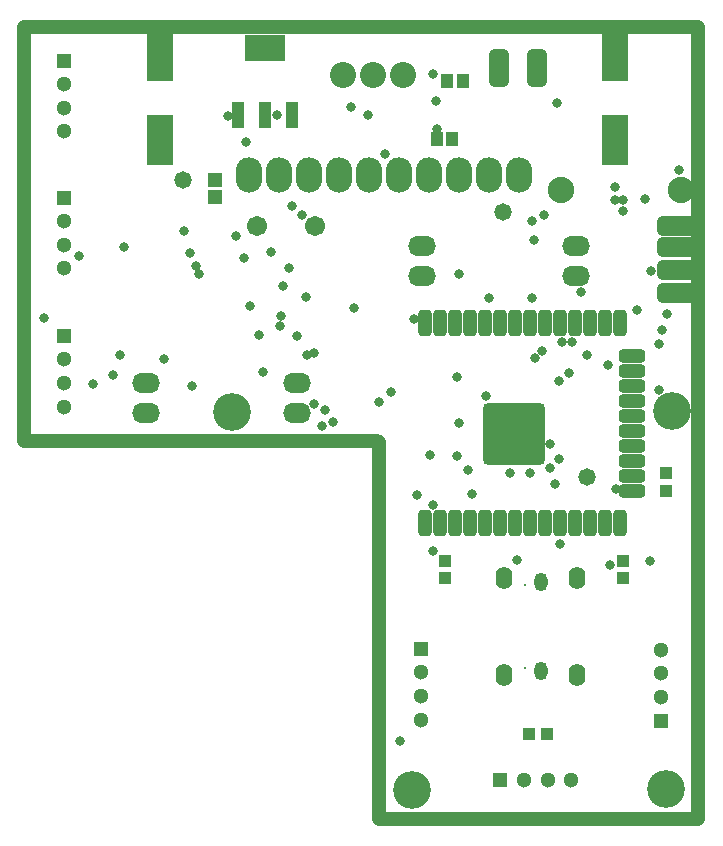
<source format=gts>
G04*
G04 #@! TF.GenerationSoftware,Altium Limited,Altium Designer,22.2.1 (43)*
G04*
G04 Layer_Color=8388736*
%FSLAX44Y44*%
%MOMM*%
G71*
G04*
G04 #@! TF.SameCoordinates,82B9A7A7-C451-481E-A025-ABCBCC36AE2A*
G04*
G04*
G04 #@! TF.FilePolarity,Negative*
G04*
G01*
G75*
%ADD17C,1.2000*%
G04:AMPARAMS|DCode=31|XSize=3.2032mm|YSize=1.7272mm|CornerRadius=0.4826mm|HoleSize=0mm|Usage=FLASHONLY|Rotation=0.000|XOffset=0mm|YOffset=0mm|HoleType=Round|Shape=RoundedRectangle|*
%AMROUNDEDRECTD31*
21,1,3.2032,0.7620,0,0,0.0*
21,1,2.2380,1.7272,0,0,0.0*
1,1,0.9652,1.1190,-0.3810*
1,1,0.9652,-1.1190,-0.3810*
1,1,0.9652,-1.1190,0.3810*
1,1,0.9652,1.1190,0.3810*
%
%ADD31ROUNDEDRECTD31*%
G04:AMPARAMS|DCode=32|XSize=1.7272mm|YSize=3.2032mm|CornerRadius=0.4826mm|HoleSize=0mm|Usage=FLASHONLY|Rotation=0.000|XOffset=0mm|YOffset=0mm|HoleType=Round|Shape=RoundedRectangle|*
%AMROUNDEDRECTD32*
21,1,1.7272,2.2380,0,0,0.0*
21,1,0.7620,3.2032,0,0,0.0*
1,1,0.9652,0.3810,-1.1190*
1,1,0.9652,-0.3810,-1.1190*
1,1,0.9652,-0.3810,1.1190*
1,1,0.9652,0.3810,1.1190*
%
%ADD32ROUNDEDRECTD32*%
G04:AMPARAMS|DCode=33|XSize=1.7032mm|YSize=3.2032mm|CornerRadius=0.4766mm|HoleSize=0mm|Usage=FLASHONLY|Rotation=0.000|XOffset=0mm|YOffset=0mm|HoleType=Round|Shape=RoundedRectangle|*
%AMROUNDEDRECTD33*
21,1,1.7032,2.2500,0,0,0.0*
21,1,0.7500,3.2032,0,0,0.0*
1,1,0.9532,0.3750,-1.1250*
1,1,0.9532,-0.3750,-1.1250*
1,1,0.9532,-0.3750,1.1250*
1,1,0.9532,0.3750,1.1250*
%
%ADD33ROUNDEDRECTD33*%
%ADD34R,1.0032X1.0032*%
G04:AMPARAMS|DCode=35|XSize=2.2032mm|YSize=1.1032mm|CornerRadius=0.2366mm|HoleSize=0mm|Usage=FLASHONLY|Rotation=90.000|XOffset=0mm|YOffset=0mm|HoleType=Round|Shape=RoundedRectangle|*
%AMROUNDEDRECTD35*
21,1,2.2032,0.6300,0,0,90.0*
21,1,1.7300,1.1032,0,0,90.0*
1,1,0.4732,0.3150,0.8650*
1,1,0.4732,0.3150,-0.8650*
1,1,0.4732,-0.3150,-0.8650*
1,1,0.4732,-0.3150,0.8650*
%
%ADD35ROUNDEDRECTD35*%
G04:AMPARAMS|DCode=36|XSize=2.2032mm|YSize=1.1032mm|CornerRadius=0.2366mm|HoleSize=0mm|Usage=FLASHONLY|Rotation=180.000|XOffset=0mm|YOffset=0mm|HoleType=Round|Shape=RoundedRectangle|*
%AMROUNDEDRECTD36*
21,1,2.2032,0.6300,0,0,180.0*
21,1,1.7300,1.1032,0,0,180.0*
1,1,0.4732,-0.8650,0.3150*
1,1,0.4732,0.8650,0.3150*
1,1,0.4732,0.8650,-0.3150*
1,1,0.4732,-0.8650,-0.3150*
%
%ADD36ROUNDEDRECTD36*%
G04:AMPARAMS|DCode=37|XSize=5.2032mm|YSize=5.2032mm|CornerRadius=0.3516mm|HoleSize=0mm|Usage=FLASHONLY|Rotation=90.000|XOffset=0mm|YOffset=0mm|HoleType=Round|Shape=RoundedRectangle|*
%AMROUNDEDRECTD37*
21,1,5.2032,4.5000,0,0,90.0*
21,1,4.5000,5.2032,0,0,90.0*
1,1,0.7032,2.2500,2.2500*
1,1,0.7032,2.2500,-2.2500*
1,1,0.7032,-2.2500,-2.2500*
1,1,0.7032,-2.2500,2.2500*
%
%ADD37ROUNDEDRECTD37*%
%ADD38R,1.0032X1.0032*%
%ADD39R,2.2032X4.2032*%
%ADD40R,1.3032X1.1532*%
%ADD41R,1.0532X1.1532*%
%ADD42R,3.4032X2.3032*%
%ADD43R,1.1032X2.3032*%
%ADD44R,1.3000X1.3000*%
%ADD45C,1.3000*%
%ADD46R,1.3000X1.3000*%
%ADD47O,2.3622X1.7272*%
%ADD48C,1.7032*%
%ADD49C,2.2032*%
%ADD50O,1.1532X1.5532*%
%ADD51O,1.4032X1.9032*%
%ADD52C,0.2032*%
%ADD53C,2.2352*%
%ADD54O,2.2352X2.9972*%
%ADD55C,3.2032*%
%ADD56C,0.8032*%
%ADD57C,1.4732*%
D17*
X90000Y485000D02*
Y835000D01*
X660745D01*
X660750Y834996D01*
Y165000D02*
Y834996D01*
X390000Y165000D02*
X660750D01*
X390000D02*
Y484000D01*
X389000Y485000D02*
X390000Y484000D01*
X90000Y485000D02*
X389000D01*
D31*
X642000Y610000D02*
D03*
Y630000D02*
D03*
Y649000D02*
D03*
Y667000D02*
D03*
D32*
X524001Y801000D02*
D03*
D33*
X492000D02*
D03*
D34*
X446001Y383499D02*
D03*
Y368499D02*
D03*
X597001Y383499D02*
D03*
Y368499D02*
D03*
X633001Y442499D02*
D03*
Y457499D02*
D03*
D35*
X594470Y415000D02*
D03*
X429370D02*
D03*
X442070D02*
D03*
X454770D02*
D03*
X467470D02*
D03*
X480170D02*
D03*
X492870D02*
D03*
X505570D02*
D03*
X518270D02*
D03*
X530970D02*
D03*
X543670D02*
D03*
X556370D02*
D03*
X569070D02*
D03*
X581770D02*
D03*
Y585000D02*
D03*
X569070D02*
D03*
X556370D02*
D03*
X543670D02*
D03*
X530970D02*
D03*
X518270D02*
D03*
X505570D02*
D03*
X492870D02*
D03*
X480170D02*
D03*
X467470D02*
D03*
X454770D02*
D03*
X442070D02*
D03*
X429370D02*
D03*
X594470D02*
D03*
D36*
X604470Y544450D02*
D03*
Y531750D02*
D03*
Y519050D02*
D03*
Y506350D02*
D03*
Y493650D02*
D03*
Y480950D02*
D03*
Y468250D02*
D03*
X604630Y455550D02*
D03*
X604470Y442850D02*
D03*
Y557150D02*
D03*
D37*
X504300Y490430D02*
D03*
D38*
X532499Y236999D02*
D03*
X517499D02*
D03*
D39*
X205000Y810500D02*
D03*
Y739500D02*
D03*
X590000Y810500D02*
D03*
Y739500D02*
D03*
D40*
X251750Y691500D02*
D03*
Y706000D02*
D03*
D41*
X448250Y790000D02*
D03*
X461750D02*
D03*
X452500Y740750D02*
D03*
X439000D02*
D03*
D42*
X293820Y818002D02*
D03*
D43*
X316820Y761002D02*
D03*
X293820D02*
D03*
X270820D02*
D03*
D44*
X124000Y691000D02*
D03*
X629000Y248000D02*
D03*
X124000Y807000D02*
D03*
X426000Y309000D02*
D03*
X124000Y574000D02*
D03*
D45*
Y671000D02*
D03*
Y651000D02*
D03*
Y631000D02*
D03*
X629000Y268000D02*
D03*
Y288000D02*
D03*
Y308000D02*
D03*
X124000Y787000D02*
D03*
Y767000D02*
D03*
Y747000D02*
D03*
X426000Y249000D02*
D03*
Y269000D02*
D03*
Y289000D02*
D03*
X553000Y198000D02*
D03*
X533000D02*
D03*
X513000D02*
D03*
X124000Y554000D02*
D03*
Y534000D02*
D03*
Y514000D02*
D03*
D46*
X493000Y198000D02*
D03*
D47*
X427000Y624600D02*
D03*
Y650000D02*
D03*
X557000Y624600D02*
D03*
Y650000D02*
D03*
X193000Y508600D02*
D03*
Y534000D02*
D03*
X321000D02*
D03*
Y508600D02*
D03*
D48*
X287000Y666500D02*
D03*
X335800D02*
D03*
D49*
X410400Y795000D02*
D03*
X385000D02*
D03*
X359600D02*
D03*
D50*
X527250Y290000D02*
D03*
Y365500D02*
D03*
D51*
X496550Y286750D02*
D03*
Y368750D02*
D03*
X557950D02*
D03*
Y286750D02*
D03*
D52*
X513751Y362750D02*
D03*
Y292750D02*
D03*
D53*
X544201Y697000D02*
D03*
X645801D02*
D03*
D54*
X457800Y710000D02*
D03*
X432400D02*
D03*
X280000D02*
D03*
X305400D02*
D03*
X330800D02*
D03*
X356200D02*
D03*
X381600D02*
D03*
X407000D02*
D03*
X483200D02*
D03*
X508600D02*
D03*
D55*
X633000Y190000D02*
D03*
X418000Y189000D02*
D03*
X638000Y510000D02*
D03*
X266000Y509250D02*
D03*
D56*
X501252Y458100D02*
D03*
X465836Y460248D02*
D03*
X306832Y581914D02*
D03*
X335280Y516382D02*
D03*
X534670Y462280D02*
D03*
Y482092D02*
D03*
X435610Y430530D02*
D03*
X585724Y379776D02*
D03*
X590000Y699558D02*
D03*
X171196Y557276D02*
D03*
X164862Y540750D02*
D03*
X368808Y597500D02*
D03*
X328925Y606547D02*
D03*
X400758Y526500D02*
D03*
X433070Y472948D02*
D03*
X351028Y500888D02*
D03*
X455930Y472440D02*
D03*
X468630Y440182D02*
D03*
X457708Y500126D02*
D03*
X518414Y457454D02*
D03*
X545592Y568452D02*
D03*
X542572Y535589D02*
D03*
Y469420D02*
D03*
X553720Y568452D02*
D03*
X480568Y523240D02*
D03*
X344424Y510794D02*
D03*
X422402Y438912D02*
D03*
X543670Y397510D02*
D03*
X316992Y684022D02*
D03*
X314452Y631444D02*
D03*
X324866Y676148D02*
D03*
X335563Y559279D02*
D03*
X321056Y573786D02*
D03*
X135890Y641096D02*
D03*
X298704Y645160D02*
D03*
X309405Y616237D02*
D03*
X390652Y517652D02*
D03*
X633984Y592328D02*
D03*
X541274Y770890D02*
D03*
X106680Y589280D02*
D03*
X438404Y772922D02*
D03*
X439000Y749300D02*
D03*
X435864Y795782D02*
D03*
X620522Y629158D02*
D03*
X551180Y542036D02*
D03*
X539496Y448564D02*
D03*
X262382Y759968D02*
D03*
X644398Y713994D02*
D03*
X456438Y538988D02*
D03*
X561594Y611124D02*
D03*
X277876Y737870D02*
D03*
X148336Y533250D02*
D03*
X522478Y554990D02*
D03*
X225074Y662686D02*
D03*
X483362Y605536D02*
D03*
X458230Y626364D02*
D03*
X530098Y676148D02*
D03*
X583946Y548894D02*
D03*
X507238Y383794D02*
D03*
X615696Y689610D02*
D03*
X208046Y554208D02*
D03*
X269164Y658130D02*
D03*
X276098Y640080D02*
D03*
X329692Y557784D02*
D03*
X231902Y531622D02*
D03*
X596646Y679958D02*
D03*
X630174Y579120D02*
D03*
X596646Y688848D02*
D03*
X366522Y767461D02*
D03*
X519684Y671068D02*
D03*
X609092Y596138D02*
D03*
X292100Y543052D02*
D03*
X230632Y643890D02*
D03*
X174244Y648970D02*
D03*
X590000Y688890D02*
D03*
X590550Y444500D02*
D03*
X566420Y557276D02*
D03*
X528574Y561086D02*
D03*
X407670Y230670D02*
D03*
X288798Y574802D02*
D03*
X341884Y497586D02*
D03*
X627380Y566928D02*
D03*
Y528320D02*
D03*
X619506Y383540D02*
D03*
X381254Y760730D02*
D03*
X381300D02*
D03*
X304038D02*
D03*
X521476Y655080D02*
D03*
X395732Y727456D02*
D03*
X281000Y599324D02*
D03*
X237664Y625936D02*
D03*
X307340Y590816D02*
D03*
X234990Y632968D02*
D03*
X519430Y605536D02*
D03*
X419862Y587756D02*
D03*
X435610Y391414D02*
D03*
D57*
X495046Y678434D02*
D03*
X224028Y705612D02*
D03*
X566420Y454660D02*
D03*
M02*

</source>
